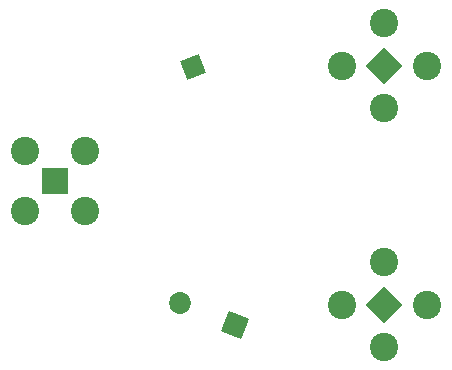
<source format=gbr>
%TF.GenerationSoftware,KiCad,Pcbnew,7.0.5*%
%TF.CreationDate,2023-11-04T19:56:55-04:00*%
%TF.ProjectId,Switch,53776974-6368-42e6-9b69-6361645f7063,rev?*%
%TF.SameCoordinates,Original*%
%TF.FileFunction,Soldermask,Bot*%
%TF.FilePolarity,Negative*%
%FSLAX46Y46*%
G04 Gerber Fmt 4.6, Leading zero omitted, Abs format (unit mm)*
G04 Created by KiCad (PCBNEW 7.0.5) date 2023-11-04 19:56:55*
%MOMM*%
%LPD*%
G01*
G04 APERTURE LIST*
G04 Aperture macros list*
%AMRoundRect*
0 Rectangle with rounded corners*
0 $1 Rounding radius*
0 $2 $3 $4 $5 $6 $7 $8 $9 X,Y pos of 4 corners*
0 Add a 4 corners polygon primitive as box body*
4,1,4,$2,$3,$4,$5,$6,$7,$8,$9,$2,$3,0*
0 Add four circle primitives for the rounded corners*
1,1,$1+$1,$2,$3*
1,1,$1+$1,$4,$5*
1,1,$1+$1,$6,$7*
1,1,$1+$1,$8,$9*
0 Add four rect primitives between the rounded corners*
20,1,$1+$1,$2,$3,$4,$5,0*
20,1,$1+$1,$4,$5,$6,$7,0*
20,1,$1+$1,$6,$7,$8,$9,0*
20,1,$1+$1,$8,$9,$2,$3,0*%
%AMRotRect*
0 Rectangle, with rotation*
0 The origin of the aperture is its center*
0 $1 length*
0 $2 width*
0 $3 Rotation angle, in degrees counterclockwise*
0 Add horizontal line*
21,1,$1,$2,0,0,$3*%
G04 Aperture macros list end*
%ADD10RoundRect,0.102000X-1.065857X-0.474550X0.474550X-1.065857X1.065857X0.474550X-0.474550X1.065857X0*%
%ADD11C,1.854000*%
%ADD12RotRect,2.250000X2.250000X45.000000*%
%ADD13C,2.400000*%
%ADD14RotRect,2.250000X2.250000X315.000000*%
%ADD15RotRect,1.700000X1.700000X21.000000*%
%ADD16R,2.250000X2.250000*%
G04 APERTURE END LIST*
D10*
%TO.C,J1*%
X156972000Y-94996000D03*
D11*
X152304098Y-93204160D03*
%TD*%
D12*
%TO.C,J3*%
X169627525Y-73069476D03*
D13*
X166035423Y-73069476D03*
X169627525Y-76661578D03*
X173219627Y-73069476D03*
X169627525Y-69477374D03*
%TD*%
D14*
%TO.C,J4*%
X169627525Y-93300525D03*
D13*
X169627525Y-89708423D03*
X166035423Y-93300525D03*
X169627525Y-96892627D03*
X173219627Y-93300525D03*
%TD*%
D15*
%TO.C,J5*%
X153416000Y-73152000D03*
%TD*%
D16*
%TO.C,J2*%
X141732000Y-82804000D03*
D13*
X144272000Y-85344000D03*
X144272000Y-80264000D03*
X139192000Y-80264000D03*
X139192000Y-85344000D03*
%TD*%
M02*

</source>
